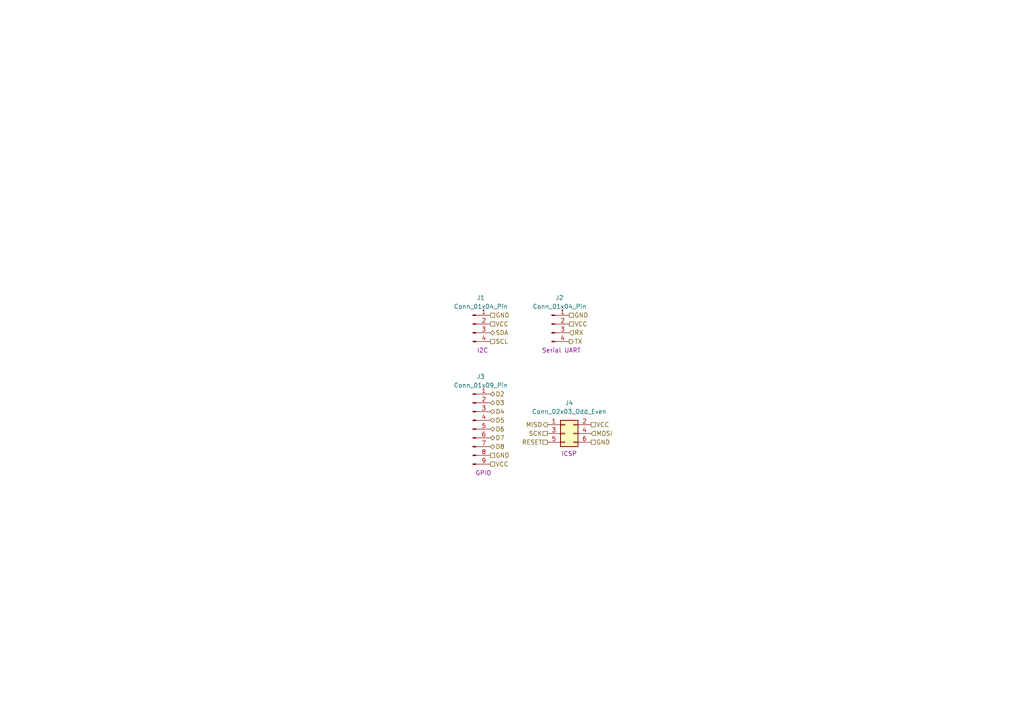
<source format=kicad_sch>
(kicad_sch (version 20250114) (generator "eeschema") (generator_version "9.0")
  (paper "A4")
  (lib_symbols
    (symbol "Connector:Conn_01x04_Pin" (pin_names (offset 1.016) (hide yes))
      (property "Reference" "J" (at 0 5.08 0))
      (property "Value" "Conn_01x04_Pin" (at 0 -7.62 0))
      (symbol "Conn_01x04_Pin_1_1"
        (rectangle (start 0.8636 2.667) (end 0 2.413) (stroke (width 0.1524)) (fill (type outline)))
        (rectangle (start 0.8636 0.127) (end 0 -0.127) (stroke (width 0.1524)) (fill (type outline)))
        (rectangle (start 0.8636 -2.413) (end 0 -2.667) (stroke (width 0.1524)) (fill (type outline)))
        (rectangle (start 0.8636 -4.953) (end 0 -5.207) (stroke (width 0.1524)) (fill (type outline)))
        (polyline (pts (xy 1.27 2.54) (xy 0.8636 2.54)) (stroke (width 0.1524)))
        (polyline (pts (xy 1.27 0) (xy 0.8636 0)) (stroke (width 0.1524)))
        (polyline (pts (xy 1.27 -2.54) (xy 0.8636 -2.54)) (stroke (width 0.1524)))
        (polyline (pts (xy 1.27 -5.08) (xy 0.8636 -5.08)) (stroke (width 0.1524)))
        (pin passive line (at 5.08 2.54 180) (length 3.81) (name "Pin_1") (number "1"))
        (pin passive line (at 5.08 0 180) (length 3.81) (name "Pin_2") (number "2"))
        (pin passive line (at 5.08 -2.54 180) (length 3.81) (name "Pin_3") (number "3"))
        (pin passive line (at 5.08 -5.08 180) (length 3.81) (name "Pin_4") (number "4"))
      )
    )
    (symbol "Connector:Conn_01x09_Pin" (pin_names (offset 1.016) (hide yes))
      (property "Reference" "J" (at 0 12.7 0))
      (property "Value" "Conn_01x09_Pin" (at 0 -12.7 0))
      (symbol "Conn_01x09_Pin_1_1"
        (rectangle (start 0.8636 10.287) (end 0 10.033) (stroke (width 0.1524)) (fill (type outline)))
        (rectangle (start 0.8636 7.747) (end 0 7.493) (stroke (width 0.1524)) (fill (type outline)))
        (rectangle (start 0.8636 5.207) (end 0 4.953) (stroke (width 0.1524)) (fill (type outline)))
        (rectangle (start 0.8636 2.667) (end 0 2.413) (stroke (width 0.1524)) (fill (type outline)))
        (rectangle (start 0.8636 0.127) (end 0 -0.127) (stroke (width 0.1524)) (fill (type outline)))
        (rectangle (start 0.8636 -2.413) (end 0 -2.667) (stroke (width 0.1524)) (fill (type outline)))
        (rectangle (start 0.8636 -4.953) (end 0 -5.207) (stroke (width 0.1524)) (fill (type outline)))
        (rectangle (start 0.8636 -7.493) (end 0 -7.747) (stroke (width 0.1524)) (fill (type outline)))
        (rectangle (start 0.8636 -10.033) (end 0 -10.287) (stroke (width 0.1524)) (fill (type outline)))
        (polyline (pts (xy 1.27 10.16) (xy 0.8636 10.16)) (stroke (width 0.1524)))
        (polyline (pts (xy 1.27 7.62) (xy 0.8636 7.62)) (stroke (width 0.1524)))
        (polyline (pts (xy 1.27 5.08) (xy 0.8636 5.08)) (stroke (width 0.1524)))
        (polyline (pts (xy 1.27 2.54) (xy 0.8636 2.54)) (stroke (width 0.1524)))
        (polyline (pts (xy 1.27 0) (xy 0.8636 0)) (stroke (width 0.1524)))
        (polyline (pts (xy 1.27 -2.54) (xy 0.8636 -2.54)) (stroke (width 0.1524)))
        (polyline (pts (xy 1.27 -5.08) (xy 0.8636 -5.08)) (stroke (width 0.1524)))
        (polyline (pts (xy 1.27 -7.62) (xy 0.8636 -7.62)) (stroke (width 0.1524)))
        (polyline (pts (xy 1.27 -10.16) (xy 0.8636 -10.16)) (stroke (width 0.1524)))
        (pin passive line (at 5.08 10.16 180) (length 3.81) (name "Pin_1") (number "1"))
        (pin passive line (at 5.08 7.62 180) (length 3.81) (name "Pin_2") (number "2"))
        (pin passive line (at 5.08 5.08 180) (length 3.81) (name "Pin_3") (number "3"))
        (pin passive line (at 5.08 2.54 180) (length 3.81) (name "Pin_4") (number "4"))
        (pin passive line (at 5.08 0 180) (length 3.81) (name "Pin_5") (number "5"))
        (pin passive line (at 5.08 -2.54 180) (length 3.81) (name "Pin_6") (number "6"))
        (pin passive line (at 5.08 -5.08 180) (length 3.81) (name "Pin_7") (number "7"))
        (pin passive line (at 5.08 -7.62 180) (length 3.81) (name "Pin_8") (number "8"))
        (pin passive line (at 5.08 -10.16 180) (length 3.81) (name "Pin_9") (number "9"))
      )
    )
    (symbol "Connector_Generic:Conn_02x03_Odd_Even" (pin_names (offset 1.016) (hide yes))
      (property "Reference" "J" (at 1.27 5.08 0))
      (property "Value" "Conn_02x03_Odd_Even" (at 1.27 -5.08 0))
      (symbol "Conn_02x03_Odd_Even_1_1"
        (rectangle (start -1.27 3.81) (end 3.81 -3.81) (stroke (width 0.254)) (fill (type background)))
        (rectangle (start -1.27 2.667) (end 0 2.413) (stroke (width 0.1524)))
        (rectangle (start -1.27 0.127) (end 0 -0.127) (stroke (width 0.1524)))
        (rectangle (start -1.27 -2.413) (end 0 -2.667) (stroke (width 0.1524)))
        (rectangle (start 3.81 2.667) (end 2.54 2.413) (stroke (width 0.1524)))
        (rectangle (start 3.81 0.127) (end 2.54 -0.127) (stroke (width 0.1524)))
        (rectangle (start 3.81 -2.413) (end 2.54 -2.667) (stroke (width 0.1524)))
        (pin passive line (at -5.08 2.54 0) (length 3.81) (name "Pin_1") (number "1"))
        (pin passive line (at -5.08 0 0) (length 3.81) (name "Pin_3") (number "3"))
        (pin passive line (at -5.08 -2.54 0) (length 3.81) (name "Pin_5") (number "5"))
        (pin passive line (at 7.62 2.54 180) (length 3.81) (name "Pin_2") (number "2"))
        (pin passive line (at 7.62 0 180) (length 3.81) (name "Pin_4") (number "4"))
        (pin passive line (at 7.62 -2.54 180) (length 3.81) (name "Pin_6") (number "6"))
      )
    )
  )
  (hierarchical_label "MOSI" (shape input) (at 171.45 125.73 0))
  (hierarchical_label "D7" (shape bidirectional) (at 142.24 127 0))
  (hierarchical_label "VCC" (shape passive) (at 142.24 93.98 0))
  (hierarchical_label "MISO" (shape output) (at 158.75 123.19 180))
  (hierarchical_label "RX" (shape input) (at 165.1 96.52 0))
  (hierarchical_label "D5" (shape bidirectional) (at 142.24 121.92 0))
  (hierarchical_label "D4" (shape bidirectional) (at 142.24 119.38 0))
  (hierarchical_label "D8" (shape bidirectional) (at 142.24 129.54 0))
  (hierarchical_label "GND" (shape passive) (at 142.24 132.08 0))
  (hierarchical_label "D3" (shape bidirectional) (at 142.24 116.84 0))
  (hierarchical_label "VCC" (shape passive) (at 165.1 93.98 0))
  (hierarchical_label "SCK" (shape passive) (at 158.75 125.73 180))
  (hierarchical_label "GND" (shape passive) (at 165.1 91.44 0))
  (hierarchical_label "VCC" (shape passive) (at 171.45 123.19 0))
  (hierarchical_label "GND" (shape passive) (at 171.45 128.27 0))
  (hierarchical_label "GND" (shape passive) (at 142.24 91.44 0))
  (hierarchical_label "RESET" (shape passive) (at 158.75 128.27 180))
  (hierarchical_label "VCC" (shape passive) (at 142.24 134.62 0))
  (hierarchical_label "D6" (shape bidirectional) (at 142.24 124.46 0))
  (hierarchical_label "SDA" (shape bidirectional) (at 142.24 96.52 0))
  (hierarchical_label "TX" (shape output) (at 165.1 99.06 0))
  (hierarchical_label "SCL" (shape passive) (at 142.24 99.06 0))
  (hierarchical_label "D2" (shape bidirectional) (at 142.24 114.3 0))
  (symbol (lib_id "Connector_Generic:Conn_02x03_Odd_Even") (at 163.83 125.73 0) (unit 1)
    (property "Reference" "J4" (at 165.1 116.84 0))
    (property "Value" "Conn_02x03_Odd_Even" (at 165.1 119.38 0))
    (property "Footprint" "Connector_PinHeader_2.54mm:PinHeader_2x03_P2.54mm_Vertical" (effects (hide yes)))
    (property "Description" "Generic connector, double row, 02x03, odd/even pin numbering scheme (row 1 odd numbers, row 2 even numbers), script generated (kicad-library-utils/schlib/autogen/connector/)" (effects (hide yes)))
    (property "Purpose" "ICSP" (at 165.1 131.572 0))
  )
  (symbol (lib_id "Connector:Conn_01x04_Pin") (at 137.16 93.98 0) (unit 1)
    (property "Reference" "J1" (at 139.446 86.36 0))
    (property "Value" "Conn_01x04_Pin" (at 139.446 88.9 0))
    (property "Footprint" "Connector_PinHeader_2.54mm:PinHeader_1x04_P2.54mm_Vertical" (effects (hide yes)))
    (property "Description" "Generic connector, single row, 01x04, script generated" (effects (hide yes)))
    (property "Purpose" "I2C" (at 139.954 101.6 0))
  )
  (symbol (lib_id "Connector:Conn_01x09_Pin") (at 137.16 124.46 0) (unit 1)
    (property "Reference" "J3" (at 139.446 109.22 0))
    (property "Value" "Conn_01x09_Pin" (at 139.446 111.76 0))
    (property "Footprint" "Connector_PinHeader_2.54mm:PinHeader_1x09_P2.54mm_Vertical" (effects (hide yes)))
    (property "Description" "Generic connector, single row, 01x09, script generated" (effects (hide yes)))
    (property "Purpose" "GPIO" (at 140.208 137.16 0))
  )
  (symbol (lib_id "Connector:Conn_01x04_Pin") (at 160.02 93.98 0) (unit 1)
    (property "Reference" "J2" (at 162.306 86.36 0))
    (property "Value" "Conn_01x04_Pin" (at 162.306 88.9 0))
    (property "Footprint" "Connector_PinHeader_2.54mm:PinHeader_1x04_P2.54mm_Vertical" (effects (hide yes)))
    (property "Description" "Generic connector, single row, 01x04, script generated" (effects (hide yes)))
    (property "Purpose" "Serial UART" (at 162.814 101.6 0))
  )
)
</source>
